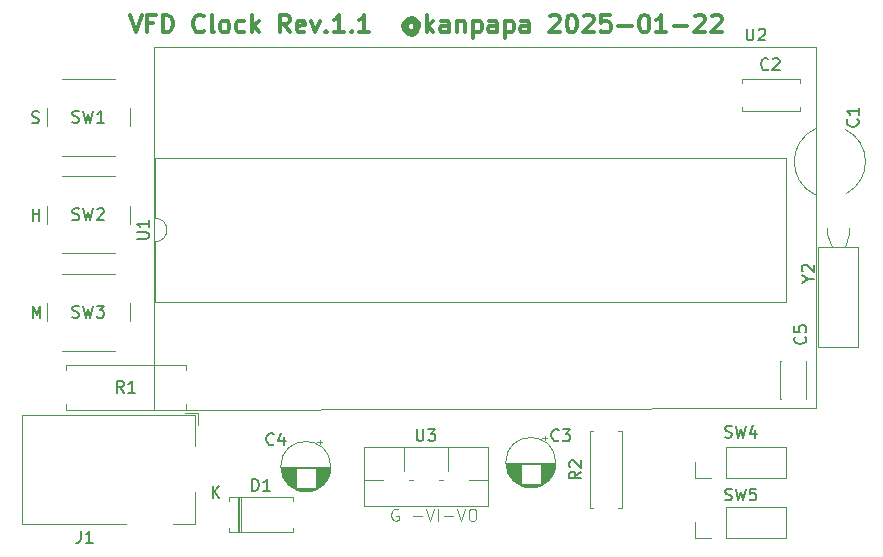
<source format=gto>
G04 #@! TF.GenerationSoftware,KiCad,Pcbnew,8.0.8-8.0.8-0~ubuntu22.04.1*
G04 #@! TF.CreationDate,2025-01-23T11:36:05+09:00*
G04 #@! TF.ProjectId,vfdclock,76666463-6c6f-4636-9b2e-6b696361645f,1.1*
G04 #@! TF.SameCoordinates,PX6bf4b80PY716cdd8*
G04 #@! TF.FileFunction,Legend,Top*
G04 #@! TF.FilePolarity,Positive*
%FSLAX46Y46*%
G04 Gerber Fmt 4.6, Leading zero omitted, Abs format (unit mm)*
G04 Created by KiCad (PCBNEW 8.0.8-8.0.8-0~ubuntu22.04.1) date 2025-01-23 11:36:05*
%MOMM*%
%LPD*%
G01*
G04 APERTURE LIST*
%ADD10C,0.200000*%
%ADD11C,0.100000*%
%ADD12C,0.300000*%
%ADD13C,0.150000*%
%ADD14C,0.120000*%
G04 APERTURE END LIST*
D10*
X1004673Y19817781D02*
X1004673Y20817781D01*
X1004673Y20817781D02*
X1338006Y20103496D01*
X1338006Y20103496D02*
X1671339Y20817781D01*
X1671339Y20817781D02*
X1671339Y19817781D01*
D11*
X33242381Y3048534D02*
X34004286Y3048534D01*
X34337619Y3667581D02*
X34670952Y2667581D01*
X34670952Y2667581D02*
X35004285Y3667581D01*
X35337619Y2667581D02*
X35337619Y3667581D01*
X35863884Y3048534D02*
X36625789Y3048534D01*
X36959122Y3667581D02*
X37292455Y2667581D01*
X37292455Y2667581D02*
X37625788Y3667581D01*
X38149598Y3667581D02*
X38340074Y3667581D01*
X38340074Y3667581D02*
X38435312Y3619962D01*
X38435312Y3619962D02*
X38530550Y3524724D01*
X38530550Y3524724D02*
X38578169Y3334248D01*
X38578169Y3334248D02*
X38578169Y3000915D01*
X38578169Y3000915D02*
X38530550Y2810439D01*
X38530550Y2810439D02*
X38435312Y2715200D01*
X38435312Y2715200D02*
X38340074Y2667581D01*
X38340074Y2667581D02*
X38149598Y2667581D01*
X38149598Y2667581D02*
X38054360Y2715200D01*
X38054360Y2715200D02*
X37959122Y2810439D01*
X37959122Y2810439D02*
X37911503Y3000915D01*
X37911503Y3000915D02*
X37911503Y3334248D01*
X37911503Y3334248D02*
X37959122Y3524724D01*
X37959122Y3524724D02*
X38054360Y3619962D01*
X38054360Y3619962D02*
X38149598Y3667581D01*
X31942693Y3619962D02*
X31847455Y3667581D01*
X31847455Y3667581D02*
X31704598Y3667581D01*
X31704598Y3667581D02*
X31561741Y3619962D01*
X31561741Y3619962D02*
X31466503Y3524724D01*
X31466503Y3524724D02*
X31418884Y3429486D01*
X31418884Y3429486D02*
X31371265Y3239010D01*
X31371265Y3239010D02*
X31371265Y3096153D01*
X31371265Y3096153D02*
X31418884Y2905677D01*
X31418884Y2905677D02*
X31466503Y2810439D01*
X31466503Y2810439D02*
X31561741Y2715200D01*
X31561741Y2715200D02*
X31704598Y2667581D01*
X31704598Y2667581D02*
X31799836Y2667581D01*
X31799836Y2667581D02*
X31942693Y2715200D01*
X31942693Y2715200D02*
X31990312Y2762820D01*
X31990312Y2762820D02*
X31990312Y3096153D01*
X31990312Y3096153D02*
X31799836Y3096153D01*
D10*
X1004673Y28072781D02*
X1004673Y29072781D01*
X1004673Y28596591D02*
X1576101Y28596591D01*
X1576101Y28072781D02*
X1576101Y29072781D01*
X957054Y36375400D02*
X1099911Y36327781D01*
X1099911Y36327781D02*
X1338006Y36327781D01*
X1338006Y36327781D02*
X1433244Y36375400D01*
X1433244Y36375400D02*
X1480863Y36423020D01*
X1480863Y36423020D02*
X1528482Y36518258D01*
X1528482Y36518258D02*
X1528482Y36613496D01*
X1528482Y36613496D02*
X1480863Y36708734D01*
X1480863Y36708734D02*
X1433244Y36756353D01*
X1433244Y36756353D02*
X1338006Y36803972D01*
X1338006Y36803972D02*
X1147530Y36851591D01*
X1147530Y36851591D02*
X1052292Y36899210D01*
X1052292Y36899210D02*
X1004673Y36946829D01*
X1004673Y36946829D02*
X957054Y37042067D01*
X957054Y37042067D02*
X957054Y37137305D01*
X957054Y37137305D02*
X1004673Y37232543D01*
X1004673Y37232543D02*
X1052292Y37280162D01*
X1052292Y37280162D02*
X1147530Y37327781D01*
X1147530Y37327781D02*
X1385625Y37327781D01*
X1385625Y37327781D02*
X1528482Y37280162D01*
D12*
X9230225Y45514172D02*
X9730225Y44014172D01*
X9730225Y44014172D02*
X10230225Y45514172D01*
X11230224Y44799886D02*
X10730224Y44799886D01*
X10730224Y44014172D02*
X10730224Y45514172D01*
X10730224Y45514172D02*
X11444510Y45514172D01*
X12015938Y44014172D02*
X12015938Y45514172D01*
X12015938Y45514172D02*
X12373081Y45514172D01*
X12373081Y45514172D02*
X12587367Y45442743D01*
X12587367Y45442743D02*
X12730224Y45299886D01*
X12730224Y45299886D02*
X12801653Y45157029D01*
X12801653Y45157029D02*
X12873081Y44871315D01*
X12873081Y44871315D02*
X12873081Y44657029D01*
X12873081Y44657029D02*
X12801653Y44371315D01*
X12801653Y44371315D02*
X12730224Y44228458D01*
X12730224Y44228458D02*
X12587367Y44085600D01*
X12587367Y44085600D02*
X12373081Y44014172D01*
X12373081Y44014172D02*
X12015938Y44014172D01*
X15515938Y44157029D02*
X15444510Y44085600D01*
X15444510Y44085600D02*
X15230224Y44014172D01*
X15230224Y44014172D02*
X15087367Y44014172D01*
X15087367Y44014172D02*
X14873081Y44085600D01*
X14873081Y44085600D02*
X14730224Y44228458D01*
X14730224Y44228458D02*
X14658795Y44371315D01*
X14658795Y44371315D02*
X14587367Y44657029D01*
X14587367Y44657029D02*
X14587367Y44871315D01*
X14587367Y44871315D02*
X14658795Y45157029D01*
X14658795Y45157029D02*
X14730224Y45299886D01*
X14730224Y45299886D02*
X14873081Y45442743D01*
X14873081Y45442743D02*
X15087367Y45514172D01*
X15087367Y45514172D02*
X15230224Y45514172D01*
X15230224Y45514172D02*
X15444510Y45442743D01*
X15444510Y45442743D02*
X15515938Y45371315D01*
X16373081Y44014172D02*
X16230224Y44085600D01*
X16230224Y44085600D02*
X16158795Y44228458D01*
X16158795Y44228458D02*
X16158795Y45514172D01*
X17158795Y44014172D02*
X17015938Y44085600D01*
X17015938Y44085600D02*
X16944509Y44157029D01*
X16944509Y44157029D02*
X16873081Y44299886D01*
X16873081Y44299886D02*
X16873081Y44728458D01*
X16873081Y44728458D02*
X16944509Y44871315D01*
X16944509Y44871315D02*
X17015938Y44942743D01*
X17015938Y44942743D02*
X17158795Y45014172D01*
X17158795Y45014172D02*
X17373081Y45014172D01*
X17373081Y45014172D02*
X17515938Y44942743D01*
X17515938Y44942743D02*
X17587367Y44871315D01*
X17587367Y44871315D02*
X17658795Y44728458D01*
X17658795Y44728458D02*
X17658795Y44299886D01*
X17658795Y44299886D02*
X17587367Y44157029D01*
X17587367Y44157029D02*
X17515938Y44085600D01*
X17515938Y44085600D02*
X17373081Y44014172D01*
X17373081Y44014172D02*
X17158795Y44014172D01*
X18944510Y44085600D02*
X18801652Y44014172D01*
X18801652Y44014172D02*
X18515938Y44014172D01*
X18515938Y44014172D02*
X18373081Y44085600D01*
X18373081Y44085600D02*
X18301652Y44157029D01*
X18301652Y44157029D02*
X18230224Y44299886D01*
X18230224Y44299886D02*
X18230224Y44728458D01*
X18230224Y44728458D02*
X18301652Y44871315D01*
X18301652Y44871315D02*
X18373081Y44942743D01*
X18373081Y44942743D02*
X18515938Y45014172D01*
X18515938Y45014172D02*
X18801652Y45014172D01*
X18801652Y45014172D02*
X18944510Y44942743D01*
X19587366Y44014172D02*
X19587366Y45514172D01*
X19730224Y44585600D02*
X20158795Y44014172D01*
X20158795Y45014172D02*
X19587366Y44442743D01*
X22801652Y44014172D02*
X22301652Y44728458D01*
X21944509Y44014172D02*
X21944509Y45514172D01*
X21944509Y45514172D02*
X22515938Y45514172D01*
X22515938Y45514172D02*
X22658795Y45442743D01*
X22658795Y45442743D02*
X22730224Y45371315D01*
X22730224Y45371315D02*
X22801652Y45228458D01*
X22801652Y45228458D02*
X22801652Y45014172D01*
X22801652Y45014172D02*
X22730224Y44871315D01*
X22730224Y44871315D02*
X22658795Y44799886D01*
X22658795Y44799886D02*
X22515938Y44728458D01*
X22515938Y44728458D02*
X21944509Y44728458D01*
X24015938Y44085600D02*
X23873081Y44014172D01*
X23873081Y44014172D02*
X23587367Y44014172D01*
X23587367Y44014172D02*
X23444509Y44085600D01*
X23444509Y44085600D02*
X23373081Y44228458D01*
X23373081Y44228458D02*
X23373081Y44799886D01*
X23373081Y44799886D02*
X23444509Y44942743D01*
X23444509Y44942743D02*
X23587367Y45014172D01*
X23587367Y45014172D02*
X23873081Y45014172D01*
X23873081Y45014172D02*
X24015938Y44942743D01*
X24015938Y44942743D02*
X24087367Y44799886D01*
X24087367Y44799886D02*
X24087367Y44657029D01*
X24087367Y44657029D02*
X23373081Y44514172D01*
X24587366Y45014172D02*
X24944509Y44014172D01*
X24944509Y44014172D02*
X25301652Y45014172D01*
X25873080Y44157029D02*
X25944509Y44085600D01*
X25944509Y44085600D02*
X25873080Y44014172D01*
X25873080Y44014172D02*
X25801652Y44085600D01*
X25801652Y44085600D02*
X25873080Y44157029D01*
X25873080Y44157029D02*
X25873080Y44014172D01*
X27373081Y44014172D02*
X26515938Y44014172D01*
X26944509Y44014172D02*
X26944509Y45514172D01*
X26944509Y45514172D02*
X26801652Y45299886D01*
X26801652Y45299886D02*
X26658795Y45157029D01*
X26658795Y45157029D02*
X26515938Y45085600D01*
X28015937Y44157029D02*
X28087366Y44085600D01*
X28087366Y44085600D02*
X28015937Y44014172D01*
X28015937Y44014172D02*
X27944509Y44085600D01*
X27944509Y44085600D02*
X28015937Y44157029D01*
X28015937Y44157029D02*
X28015937Y44014172D01*
X29515938Y44014172D02*
X28658795Y44014172D01*
X29087366Y44014172D02*
X29087366Y45514172D01*
X29087366Y45514172D02*
X28944509Y45299886D01*
X28944509Y45299886D02*
X28801652Y45157029D01*
X28801652Y45157029D02*
X28658795Y45085600D01*
X33373080Y44728458D02*
X33301651Y44799886D01*
X33301651Y44799886D02*
X33158794Y44871315D01*
X33158794Y44871315D02*
X33015937Y44871315D01*
X33015937Y44871315D02*
X32873080Y44799886D01*
X32873080Y44799886D02*
X32801651Y44728458D01*
X32801651Y44728458D02*
X32730223Y44585600D01*
X32730223Y44585600D02*
X32730223Y44442743D01*
X32730223Y44442743D02*
X32801651Y44299886D01*
X32801651Y44299886D02*
X32873080Y44228458D01*
X32873080Y44228458D02*
X33015937Y44157029D01*
X33015937Y44157029D02*
X33158794Y44157029D01*
X33158794Y44157029D02*
X33301651Y44228458D01*
X33301651Y44228458D02*
X33373080Y44299886D01*
X33373080Y44871315D02*
X33373080Y44299886D01*
X33373080Y44299886D02*
X33444508Y44228458D01*
X33444508Y44228458D02*
X33515937Y44228458D01*
X33515937Y44228458D02*
X33658794Y44299886D01*
X33658794Y44299886D02*
X33730223Y44442743D01*
X33730223Y44442743D02*
X33730223Y44799886D01*
X33730223Y44799886D02*
X33587366Y45014172D01*
X33587366Y45014172D02*
X33373080Y45157029D01*
X33373080Y45157029D02*
X33087366Y45228458D01*
X33087366Y45228458D02*
X32801651Y45157029D01*
X32801651Y45157029D02*
X32587366Y45014172D01*
X32587366Y45014172D02*
X32444508Y44799886D01*
X32444508Y44799886D02*
X32373080Y44514172D01*
X32373080Y44514172D02*
X32444508Y44228458D01*
X32444508Y44228458D02*
X32587366Y44014172D01*
X32587366Y44014172D02*
X32801651Y43871315D01*
X32801651Y43871315D02*
X33087366Y43799886D01*
X33087366Y43799886D02*
X33373080Y43871315D01*
X33373080Y43871315D02*
X33587366Y44014172D01*
X34373079Y44014172D02*
X34373079Y45514172D01*
X34515937Y44585600D02*
X34944508Y44014172D01*
X34944508Y45014172D02*
X34373079Y44442743D01*
X36230223Y44014172D02*
X36230223Y44799886D01*
X36230223Y44799886D02*
X36158794Y44942743D01*
X36158794Y44942743D02*
X36015937Y45014172D01*
X36015937Y45014172D02*
X35730223Y45014172D01*
X35730223Y45014172D02*
X35587365Y44942743D01*
X36230223Y44085600D02*
X36087365Y44014172D01*
X36087365Y44014172D02*
X35730223Y44014172D01*
X35730223Y44014172D02*
X35587365Y44085600D01*
X35587365Y44085600D02*
X35515937Y44228458D01*
X35515937Y44228458D02*
X35515937Y44371315D01*
X35515937Y44371315D02*
X35587365Y44514172D01*
X35587365Y44514172D02*
X35730223Y44585600D01*
X35730223Y44585600D02*
X36087365Y44585600D01*
X36087365Y44585600D02*
X36230223Y44657029D01*
X36944508Y45014172D02*
X36944508Y44014172D01*
X36944508Y44871315D02*
X37015937Y44942743D01*
X37015937Y44942743D02*
X37158794Y45014172D01*
X37158794Y45014172D02*
X37373080Y45014172D01*
X37373080Y45014172D02*
X37515937Y44942743D01*
X37515937Y44942743D02*
X37587366Y44799886D01*
X37587366Y44799886D02*
X37587366Y44014172D01*
X38301651Y45014172D02*
X38301651Y43514172D01*
X38301651Y44942743D02*
X38444509Y45014172D01*
X38444509Y45014172D02*
X38730223Y45014172D01*
X38730223Y45014172D02*
X38873080Y44942743D01*
X38873080Y44942743D02*
X38944509Y44871315D01*
X38944509Y44871315D02*
X39015937Y44728458D01*
X39015937Y44728458D02*
X39015937Y44299886D01*
X39015937Y44299886D02*
X38944509Y44157029D01*
X38944509Y44157029D02*
X38873080Y44085600D01*
X38873080Y44085600D02*
X38730223Y44014172D01*
X38730223Y44014172D02*
X38444509Y44014172D01*
X38444509Y44014172D02*
X38301651Y44085600D01*
X40301652Y44014172D02*
X40301652Y44799886D01*
X40301652Y44799886D02*
X40230223Y44942743D01*
X40230223Y44942743D02*
X40087366Y45014172D01*
X40087366Y45014172D02*
X39801652Y45014172D01*
X39801652Y45014172D02*
X39658794Y44942743D01*
X40301652Y44085600D02*
X40158794Y44014172D01*
X40158794Y44014172D02*
X39801652Y44014172D01*
X39801652Y44014172D02*
X39658794Y44085600D01*
X39658794Y44085600D02*
X39587366Y44228458D01*
X39587366Y44228458D02*
X39587366Y44371315D01*
X39587366Y44371315D02*
X39658794Y44514172D01*
X39658794Y44514172D02*
X39801652Y44585600D01*
X39801652Y44585600D02*
X40158794Y44585600D01*
X40158794Y44585600D02*
X40301652Y44657029D01*
X41015937Y45014172D02*
X41015937Y43514172D01*
X41015937Y44942743D02*
X41158795Y45014172D01*
X41158795Y45014172D02*
X41444509Y45014172D01*
X41444509Y45014172D02*
X41587366Y44942743D01*
X41587366Y44942743D02*
X41658795Y44871315D01*
X41658795Y44871315D02*
X41730223Y44728458D01*
X41730223Y44728458D02*
X41730223Y44299886D01*
X41730223Y44299886D02*
X41658795Y44157029D01*
X41658795Y44157029D02*
X41587366Y44085600D01*
X41587366Y44085600D02*
X41444509Y44014172D01*
X41444509Y44014172D02*
X41158795Y44014172D01*
X41158795Y44014172D02*
X41015937Y44085600D01*
X43015938Y44014172D02*
X43015938Y44799886D01*
X43015938Y44799886D02*
X42944509Y44942743D01*
X42944509Y44942743D02*
X42801652Y45014172D01*
X42801652Y45014172D02*
X42515938Y45014172D01*
X42515938Y45014172D02*
X42373080Y44942743D01*
X43015938Y44085600D02*
X42873080Y44014172D01*
X42873080Y44014172D02*
X42515938Y44014172D01*
X42515938Y44014172D02*
X42373080Y44085600D01*
X42373080Y44085600D02*
X42301652Y44228458D01*
X42301652Y44228458D02*
X42301652Y44371315D01*
X42301652Y44371315D02*
X42373080Y44514172D01*
X42373080Y44514172D02*
X42515938Y44585600D01*
X42515938Y44585600D02*
X42873080Y44585600D01*
X42873080Y44585600D02*
X43015938Y44657029D01*
X44801652Y45371315D02*
X44873080Y45442743D01*
X44873080Y45442743D02*
X45015938Y45514172D01*
X45015938Y45514172D02*
X45373080Y45514172D01*
X45373080Y45514172D02*
X45515938Y45442743D01*
X45515938Y45442743D02*
X45587366Y45371315D01*
X45587366Y45371315D02*
X45658795Y45228458D01*
X45658795Y45228458D02*
X45658795Y45085600D01*
X45658795Y45085600D02*
X45587366Y44871315D01*
X45587366Y44871315D02*
X44730223Y44014172D01*
X44730223Y44014172D02*
X45658795Y44014172D01*
X46587366Y45514172D02*
X46730223Y45514172D01*
X46730223Y45514172D02*
X46873080Y45442743D01*
X46873080Y45442743D02*
X46944509Y45371315D01*
X46944509Y45371315D02*
X47015937Y45228458D01*
X47015937Y45228458D02*
X47087366Y44942743D01*
X47087366Y44942743D02*
X47087366Y44585600D01*
X47087366Y44585600D02*
X47015937Y44299886D01*
X47015937Y44299886D02*
X46944509Y44157029D01*
X46944509Y44157029D02*
X46873080Y44085600D01*
X46873080Y44085600D02*
X46730223Y44014172D01*
X46730223Y44014172D02*
X46587366Y44014172D01*
X46587366Y44014172D02*
X46444509Y44085600D01*
X46444509Y44085600D02*
X46373080Y44157029D01*
X46373080Y44157029D02*
X46301651Y44299886D01*
X46301651Y44299886D02*
X46230223Y44585600D01*
X46230223Y44585600D02*
X46230223Y44942743D01*
X46230223Y44942743D02*
X46301651Y45228458D01*
X46301651Y45228458D02*
X46373080Y45371315D01*
X46373080Y45371315D02*
X46444509Y45442743D01*
X46444509Y45442743D02*
X46587366Y45514172D01*
X47658794Y45371315D02*
X47730222Y45442743D01*
X47730222Y45442743D02*
X47873080Y45514172D01*
X47873080Y45514172D02*
X48230222Y45514172D01*
X48230222Y45514172D02*
X48373080Y45442743D01*
X48373080Y45442743D02*
X48444508Y45371315D01*
X48444508Y45371315D02*
X48515937Y45228458D01*
X48515937Y45228458D02*
X48515937Y45085600D01*
X48515937Y45085600D02*
X48444508Y44871315D01*
X48444508Y44871315D02*
X47587365Y44014172D01*
X47587365Y44014172D02*
X48515937Y44014172D01*
X49873079Y45514172D02*
X49158793Y45514172D01*
X49158793Y45514172D02*
X49087365Y44799886D01*
X49087365Y44799886D02*
X49158793Y44871315D01*
X49158793Y44871315D02*
X49301651Y44942743D01*
X49301651Y44942743D02*
X49658793Y44942743D01*
X49658793Y44942743D02*
X49801651Y44871315D01*
X49801651Y44871315D02*
X49873079Y44799886D01*
X49873079Y44799886D02*
X49944508Y44657029D01*
X49944508Y44657029D02*
X49944508Y44299886D01*
X49944508Y44299886D02*
X49873079Y44157029D01*
X49873079Y44157029D02*
X49801651Y44085600D01*
X49801651Y44085600D02*
X49658793Y44014172D01*
X49658793Y44014172D02*
X49301651Y44014172D01*
X49301651Y44014172D02*
X49158793Y44085600D01*
X49158793Y44085600D02*
X49087365Y44157029D01*
X50587364Y44585600D02*
X51730222Y44585600D01*
X52730222Y45514172D02*
X52873079Y45514172D01*
X52873079Y45514172D02*
X53015936Y45442743D01*
X53015936Y45442743D02*
X53087365Y45371315D01*
X53087365Y45371315D02*
X53158793Y45228458D01*
X53158793Y45228458D02*
X53230222Y44942743D01*
X53230222Y44942743D02*
X53230222Y44585600D01*
X53230222Y44585600D02*
X53158793Y44299886D01*
X53158793Y44299886D02*
X53087365Y44157029D01*
X53087365Y44157029D02*
X53015936Y44085600D01*
X53015936Y44085600D02*
X52873079Y44014172D01*
X52873079Y44014172D02*
X52730222Y44014172D01*
X52730222Y44014172D02*
X52587365Y44085600D01*
X52587365Y44085600D02*
X52515936Y44157029D01*
X52515936Y44157029D02*
X52444507Y44299886D01*
X52444507Y44299886D02*
X52373079Y44585600D01*
X52373079Y44585600D02*
X52373079Y44942743D01*
X52373079Y44942743D02*
X52444507Y45228458D01*
X52444507Y45228458D02*
X52515936Y45371315D01*
X52515936Y45371315D02*
X52587365Y45442743D01*
X52587365Y45442743D02*
X52730222Y45514172D01*
X54658793Y44014172D02*
X53801650Y44014172D01*
X54230221Y44014172D02*
X54230221Y45514172D01*
X54230221Y45514172D02*
X54087364Y45299886D01*
X54087364Y45299886D02*
X53944507Y45157029D01*
X53944507Y45157029D02*
X53801650Y45085600D01*
X55301649Y44585600D02*
X56444507Y44585600D01*
X57087364Y45371315D02*
X57158792Y45442743D01*
X57158792Y45442743D02*
X57301650Y45514172D01*
X57301650Y45514172D02*
X57658792Y45514172D01*
X57658792Y45514172D02*
X57801650Y45442743D01*
X57801650Y45442743D02*
X57873078Y45371315D01*
X57873078Y45371315D02*
X57944507Y45228458D01*
X57944507Y45228458D02*
X57944507Y45085600D01*
X57944507Y45085600D02*
X57873078Y44871315D01*
X57873078Y44871315D02*
X57015935Y44014172D01*
X57015935Y44014172D02*
X57944507Y44014172D01*
X58515935Y45371315D02*
X58587363Y45442743D01*
X58587363Y45442743D02*
X58730221Y45514172D01*
X58730221Y45514172D02*
X59087363Y45514172D01*
X59087363Y45514172D02*
X59230221Y45442743D01*
X59230221Y45442743D02*
X59301649Y45371315D01*
X59301649Y45371315D02*
X59373078Y45228458D01*
X59373078Y45228458D02*
X59373078Y45085600D01*
X59373078Y45085600D02*
X59301649Y44871315D01*
X59301649Y44871315D02*
X58444506Y44014172D01*
X58444506Y44014172D02*
X59373078Y44014172D01*
D13*
X19581905Y5190181D02*
X19581905Y6190181D01*
X19581905Y6190181D02*
X19820000Y6190181D01*
X19820000Y6190181D02*
X19962857Y6142562D01*
X19962857Y6142562D02*
X20058095Y6047324D01*
X20058095Y6047324D02*
X20105714Y5952086D01*
X20105714Y5952086D02*
X20153333Y5761610D01*
X20153333Y5761610D02*
X20153333Y5618753D01*
X20153333Y5618753D02*
X20105714Y5428277D01*
X20105714Y5428277D02*
X20058095Y5333039D01*
X20058095Y5333039D02*
X19962857Y5237800D01*
X19962857Y5237800D02*
X19820000Y5190181D01*
X19820000Y5190181D02*
X19581905Y5190181D01*
X21105714Y5190181D02*
X20534286Y5190181D01*
X20820000Y5190181D02*
X20820000Y6190181D01*
X20820000Y6190181D02*
X20724762Y6047324D01*
X20724762Y6047324D02*
X20629524Y5952086D01*
X20629524Y5952086D02*
X20534286Y5904467D01*
X16248095Y4620181D02*
X16248095Y5620181D01*
X16819523Y4620181D02*
X16390952Y5191610D01*
X16819523Y5620181D02*
X16248095Y5048753D01*
X4381667Y36422800D02*
X4524524Y36375181D01*
X4524524Y36375181D02*
X4762619Y36375181D01*
X4762619Y36375181D02*
X4857857Y36422800D01*
X4857857Y36422800D02*
X4905476Y36470420D01*
X4905476Y36470420D02*
X4953095Y36565658D01*
X4953095Y36565658D02*
X4953095Y36660896D01*
X4953095Y36660896D02*
X4905476Y36756134D01*
X4905476Y36756134D02*
X4857857Y36803753D01*
X4857857Y36803753D02*
X4762619Y36851372D01*
X4762619Y36851372D02*
X4572143Y36898991D01*
X4572143Y36898991D02*
X4476905Y36946610D01*
X4476905Y36946610D02*
X4429286Y36994229D01*
X4429286Y36994229D02*
X4381667Y37089467D01*
X4381667Y37089467D02*
X4381667Y37184705D01*
X4381667Y37184705D02*
X4429286Y37279943D01*
X4429286Y37279943D02*
X4476905Y37327562D01*
X4476905Y37327562D02*
X4572143Y37375181D01*
X4572143Y37375181D02*
X4810238Y37375181D01*
X4810238Y37375181D02*
X4953095Y37327562D01*
X5286429Y37375181D02*
X5524524Y36375181D01*
X5524524Y36375181D02*
X5715000Y37089467D01*
X5715000Y37089467D02*
X5905476Y36375181D01*
X5905476Y36375181D02*
X6143572Y37375181D01*
X7048333Y36375181D02*
X6476905Y36375181D01*
X6762619Y36375181D02*
X6762619Y37375181D01*
X6762619Y37375181D02*
X6667381Y37232324D01*
X6667381Y37232324D02*
X6572143Y37137086D01*
X6572143Y37137086D02*
X6476905Y37089467D01*
X70844580Y36663334D02*
X70892200Y36615715D01*
X70892200Y36615715D02*
X70939819Y36472858D01*
X70939819Y36472858D02*
X70939819Y36377620D01*
X70939819Y36377620D02*
X70892200Y36234763D01*
X70892200Y36234763D02*
X70796961Y36139525D01*
X70796961Y36139525D02*
X70701723Y36091906D01*
X70701723Y36091906D02*
X70511247Y36044287D01*
X70511247Y36044287D02*
X70368390Y36044287D01*
X70368390Y36044287D02*
X70177914Y36091906D01*
X70177914Y36091906D02*
X70082676Y36139525D01*
X70082676Y36139525D02*
X69987438Y36234763D01*
X69987438Y36234763D02*
X69939819Y36377620D01*
X69939819Y36377620D02*
X69939819Y36472858D01*
X69939819Y36472858D02*
X69987438Y36615715D01*
X69987438Y36615715D02*
X70035057Y36663334D01*
X70939819Y37615715D02*
X70939819Y37044287D01*
X70939819Y37330001D02*
X69939819Y37330001D01*
X69939819Y37330001D02*
X70082676Y37234763D01*
X70082676Y37234763D02*
X70177914Y37139525D01*
X70177914Y37139525D02*
X70225533Y37044287D01*
X66653628Y23168810D02*
X67129819Y23168810D01*
X66129819Y22835477D02*
X66653628Y23168810D01*
X66653628Y23168810D02*
X66129819Y23502143D01*
X66225057Y23787858D02*
X66177438Y23835477D01*
X66177438Y23835477D02*
X66129819Y23930715D01*
X66129819Y23930715D02*
X66129819Y24168810D01*
X66129819Y24168810D02*
X66177438Y24264048D01*
X66177438Y24264048D02*
X66225057Y24311667D01*
X66225057Y24311667D02*
X66320295Y24359286D01*
X66320295Y24359286D02*
X66415533Y24359286D01*
X66415533Y24359286D02*
X66558390Y24311667D01*
X66558390Y24311667D02*
X67129819Y23740239D01*
X67129819Y23740239D02*
X67129819Y24359286D01*
X33528095Y10427681D02*
X33528095Y9618158D01*
X33528095Y9618158D02*
X33575714Y9522920D01*
X33575714Y9522920D02*
X33623333Y9475300D01*
X33623333Y9475300D02*
X33718571Y9427681D01*
X33718571Y9427681D02*
X33909047Y9427681D01*
X33909047Y9427681D02*
X34004285Y9475300D01*
X34004285Y9475300D02*
X34051904Y9522920D01*
X34051904Y9522920D02*
X34099523Y9618158D01*
X34099523Y9618158D02*
X34099523Y10427681D01*
X34480476Y10427681D02*
X35099523Y10427681D01*
X35099523Y10427681D02*
X34766190Y10046729D01*
X34766190Y10046729D02*
X34909047Y10046729D01*
X34909047Y10046729D02*
X35004285Y9999110D01*
X35004285Y9999110D02*
X35051904Y9951491D01*
X35051904Y9951491D02*
X35099523Y9856253D01*
X35099523Y9856253D02*
X35099523Y9618158D01*
X35099523Y9618158D02*
X35051904Y9522920D01*
X35051904Y9522920D02*
X35004285Y9475300D01*
X35004285Y9475300D02*
X34909047Y9427681D01*
X34909047Y9427681D02*
X34623333Y9427681D01*
X34623333Y9427681D02*
X34528095Y9475300D01*
X34528095Y9475300D02*
X34480476Y9522920D01*
X21423333Y9165420D02*
X21375714Y9117800D01*
X21375714Y9117800D02*
X21232857Y9070181D01*
X21232857Y9070181D02*
X21137619Y9070181D01*
X21137619Y9070181D02*
X20994762Y9117800D01*
X20994762Y9117800D02*
X20899524Y9213039D01*
X20899524Y9213039D02*
X20851905Y9308277D01*
X20851905Y9308277D02*
X20804286Y9498753D01*
X20804286Y9498753D02*
X20804286Y9641610D01*
X20804286Y9641610D02*
X20851905Y9832086D01*
X20851905Y9832086D02*
X20899524Y9927324D01*
X20899524Y9927324D02*
X20994762Y10022562D01*
X20994762Y10022562D02*
X21137619Y10070181D01*
X21137619Y10070181D02*
X21232857Y10070181D01*
X21232857Y10070181D02*
X21375714Y10022562D01*
X21375714Y10022562D02*
X21423333Y9974943D01*
X22280476Y9736848D02*
X22280476Y9070181D01*
X22042381Y10117800D02*
X21804286Y9403515D01*
X21804286Y9403515D02*
X22423333Y9403515D01*
X9824819Y26523096D02*
X10634342Y26523096D01*
X10634342Y26523096D02*
X10729580Y26570715D01*
X10729580Y26570715D02*
X10777200Y26618334D01*
X10777200Y26618334D02*
X10824819Y26713572D01*
X10824819Y26713572D02*
X10824819Y26904048D01*
X10824819Y26904048D02*
X10777200Y26999286D01*
X10777200Y26999286D02*
X10729580Y27046905D01*
X10729580Y27046905D02*
X10634342Y27094524D01*
X10634342Y27094524D02*
X9824819Y27094524D01*
X10824819Y28094524D02*
X10824819Y27523096D01*
X10824819Y27808810D02*
X9824819Y27808810D01*
X9824819Y27808810D02*
X9967676Y27713572D01*
X9967676Y27713572D02*
X10062914Y27618334D01*
X10062914Y27618334D02*
X10110533Y27523096D01*
X45553333Y9503019D02*
X45505714Y9455399D01*
X45505714Y9455399D02*
X45362857Y9407780D01*
X45362857Y9407780D02*
X45267619Y9407780D01*
X45267619Y9407780D02*
X45124762Y9455399D01*
X45124762Y9455399D02*
X45029524Y9550638D01*
X45029524Y9550638D02*
X44981905Y9645876D01*
X44981905Y9645876D02*
X44934286Y9836352D01*
X44934286Y9836352D02*
X44934286Y9979209D01*
X44934286Y9979209D02*
X44981905Y10169685D01*
X44981905Y10169685D02*
X45029524Y10264923D01*
X45029524Y10264923D02*
X45124762Y10360161D01*
X45124762Y10360161D02*
X45267619Y10407780D01*
X45267619Y10407780D02*
X45362857Y10407780D01*
X45362857Y10407780D02*
X45505714Y10360161D01*
X45505714Y10360161D02*
X45553333Y10312542D01*
X45886667Y10407780D02*
X46505714Y10407780D01*
X46505714Y10407780D02*
X46172381Y10026828D01*
X46172381Y10026828D02*
X46315238Y10026828D01*
X46315238Y10026828D02*
X46410476Y9979209D01*
X46410476Y9979209D02*
X46458095Y9931590D01*
X46458095Y9931590D02*
X46505714Y9836352D01*
X46505714Y9836352D02*
X46505714Y9598257D01*
X46505714Y9598257D02*
X46458095Y9503019D01*
X46458095Y9503019D02*
X46410476Y9455399D01*
X46410476Y9455399D02*
X46315238Y9407780D01*
X46315238Y9407780D02*
X46029524Y9407780D01*
X46029524Y9407780D02*
X45934286Y9455399D01*
X45934286Y9455399D02*
X45886667Y9503019D01*
X59626667Y9752800D02*
X59769524Y9705181D01*
X59769524Y9705181D02*
X60007619Y9705181D01*
X60007619Y9705181D02*
X60102857Y9752800D01*
X60102857Y9752800D02*
X60150476Y9800420D01*
X60150476Y9800420D02*
X60198095Y9895658D01*
X60198095Y9895658D02*
X60198095Y9990896D01*
X60198095Y9990896D02*
X60150476Y10086134D01*
X60150476Y10086134D02*
X60102857Y10133753D01*
X60102857Y10133753D02*
X60007619Y10181372D01*
X60007619Y10181372D02*
X59817143Y10228991D01*
X59817143Y10228991D02*
X59721905Y10276610D01*
X59721905Y10276610D02*
X59674286Y10324229D01*
X59674286Y10324229D02*
X59626667Y10419467D01*
X59626667Y10419467D02*
X59626667Y10514705D01*
X59626667Y10514705D02*
X59674286Y10609943D01*
X59674286Y10609943D02*
X59721905Y10657562D01*
X59721905Y10657562D02*
X59817143Y10705181D01*
X59817143Y10705181D02*
X60055238Y10705181D01*
X60055238Y10705181D02*
X60198095Y10657562D01*
X60531429Y10705181D02*
X60769524Y9705181D01*
X60769524Y9705181D02*
X60960000Y10419467D01*
X60960000Y10419467D02*
X61150476Y9705181D01*
X61150476Y9705181D02*
X61388572Y10705181D01*
X62198095Y10371848D02*
X62198095Y9705181D01*
X61960000Y10752800D02*
X61721905Y10038515D01*
X61721905Y10038515D02*
X62340952Y10038515D01*
X4381667Y19912800D02*
X4524524Y19865181D01*
X4524524Y19865181D02*
X4762619Y19865181D01*
X4762619Y19865181D02*
X4857857Y19912800D01*
X4857857Y19912800D02*
X4905476Y19960420D01*
X4905476Y19960420D02*
X4953095Y20055658D01*
X4953095Y20055658D02*
X4953095Y20150896D01*
X4953095Y20150896D02*
X4905476Y20246134D01*
X4905476Y20246134D02*
X4857857Y20293753D01*
X4857857Y20293753D02*
X4762619Y20341372D01*
X4762619Y20341372D02*
X4572143Y20388991D01*
X4572143Y20388991D02*
X4476905Y20436610D01*
X4476905Y20436610D02*
X4429286Y20484229D01*
X4429286Y20484229D02*
X4381667Y20579467D01*
X4381667Y20579467D02*
X4381667Y20674705D01*
X4381667Y20674705D02*
X4429286Y20769943D01*
X4429286Y20769943D02*
X4476905Y20817562D01*
X4476905Y20817562D02*
X4572143Y20865181D01*
X4572143Y20865181D02*
X4810238Y20865181D01*
X4810238Y20865181D02*
X4953095Y20817562D01*
X5286429Y20865181D02*
X5524524Y19865181D01*
X5524524Y19865181D02*
X5715000Y20579467D01*
X5715000Y20579467D02*
X5905476Y19865181D01*
X5905476Y19865181D02*
X6143572Y20865181D01*
X6429286Y20865181D02*
X7048333Y20865181D01*
X7048333Y20865181D02*
X6715000Y20484229D01*
X6715000Y20484229D02*
X6857857Y20484229D01*
X6857857Y20484229D02*
X6953095Y20436610D01*
X6953095Y20436610D02*
X7000714Y20388991D01*
X7000714Y20388991D02*
X7048333Y20293753D01*
X7048333Y20293753D02*
X7048333Y20055658D01*
X7048333Y20055658D02*
X7000714Y19960420D01*
X7000714Y19960420D02*
X6953095Y19912800D01*
X6953095Y19912800D02*
X6857857Y19865181D01*
X6857857Y19865181D02*
X6572143Y19865181D01*
X6572143Y19865181D02*
X6476905Y19912800D01*
X6476905Y19912800D02*
X6429286Y19960420D01*
X66399580Y18248334D02*
X66447200Y18200715D01*
X66447200Y18200715D02*
X66494819Y18057858D01*
X66494819Y18057858D02*
X66494819Y17962620D01*
X66494819Y17962620D02*
X66447200Y17819763D01*
X66447200Y17819763D02*
X66351961Y17724525D01*
X66351961Y17724525D02*
X66256723Y17676906D01*
X66256723Y17676906D02*
X66066247Y17629287D01*
X66066247Y17629287D02*
X65923390Y17629287D01*
X65923390Y17629287D02*
X65732914Y17676906D01*
X65732914Y17676906D02*
X65637676Y17724525D01*
X65637676Y17724525D02*
X65542438Y17819763D01*
X65542438Y17819763D02*
X65494819Y17962620D01*
X65494819Y17962620D02*
X65494819Y18057858D01*
X65494819Y18057858D02*
X65542438Y18200715D01*
X65542438Y18200715D02*
X65590057Y18248334D01*
X65494819Y19153096D02*
X65494819Y18676906D01*
X65494819Y18676906D02*
X65971009Y18629287D01*
X65971009Y18629287D02*
X65923390Y18676906D01*
X65923390Y18676906D02*
X65875771Y18772144D01*
X65875771Y18772144D02*
X65875771Y19010239D01*
X65875771Y19010239D02*
X65923390Y19105477D01*
X65923390Y19105477D02*
X65971009Y19153096D01*
X65971009Y19153096D02*
X66066247Y19200715D01*
X66066247Y19200715D02*
X66304342Y19200715D01*
X66304342Y19200715D02*
X66399580Y19153096D01*
X66399580Y19153096D02*
X66447200Y19105477D01*
X66447200Y19105477D02*
X66494819Y19010239D01*
X66494819Y19010239D02*
X66494819Y18772144D01*
X66494819Y18772144D02*
X66447200Y18676906D01*
X66447200Y18676906D02*
X66399580Y18629287D01*
X8723333Y13515181D02*
X8390000Y13991372D01*
X8151905Y13515181D02*
X8151905Y14515181D01*
X8151905Y14515181D02*
X8532857Y14515181D01*
X8532857Y14515181D02*
X8628095Y14467562D01*
X8628095Y14467562D02*
X8675714Y14419943D01*
X8675714Y14419943D02*
X8723333Y14324705D01*
X8723333Y14324705D02*
X8723333Y14181848D01*
X8723333Y14181848D02*
X8675714Y14086610D01*
X8675714Y14086610D02*
X8628095Y14038991D01*
X8628095Y14038991D02*
X8532857Y13991372D01*
X8532857Y13991372D02*
X8151905Y13991372D01*
X9675714Y13515181D02*
X9104286Y13515181D01*
X9390000Y13515181D02*
X9390000Y14515181D01*
X9390000Y14515181D02*
X9294762Y14372324D01*
X9294762Y14372324D02*
X9199524Y14277086D01*
X9199524Y14277086D02*
X9104286Y14229467D01*
X63293333Y40915420D02*
X63245714Y40867800D01*
X63245714Y40867800D02*
X63102857Y40820181D01*
X63102857Y40820181D02*
X63007619Y40820181D01*
X63007619Y40820181D02*
X62864762Y40867800D01*
X62864762Y40867800D02*
X62769524Y40963039D01*
X62769524Y40963039D02*
X62721905Y41058277D01*
X62721905Y41058277D02*
X62674286Y41248753D01*
X62674286Y41248753D02*
X62674286Y41391610D01*
X62674286Y41391610D02*
X62721905Y41582086D01*
X62721905Y41582086D02*
X62769524Y41677324D01*
X62769524Y41677324D02*
X62864762Y41772562D01*
X62864762Y41772562D02*
X63007619Y41820181D01*
X63007619Y41820181D02*
X63102857Y41820181D01*
X63102857Y41820181D02*
X63245714Y41772562D01*
X63245714Y41772562D02*
X63293333Y41724943D01*
X63674286Y41724943D02*
X63721905Y41772562D01*
X63721905Y41772562D02*
X63817143Y41820181D01*
X63817143Y41820181D02*
X64055238Y41820181D01*
X64055238Y41820181D02*
X64150476Y41772562D01*
X64150476Y41772562D02*
X64198095Y41724943D01*
X64198095Y41724943D02*
X64245714Y41629705D01*
X64245714Y41629705D02*
X64245714Y41534467D01*
X64245714Y41534467D02*
X64198095Y41391610D01*
X64198095Y41391610D02*
X63626667Y40820181D01*
X63626667Y40820181D02*
X64245714Y40820181D01*
X5101666Y1795181D02*
X5101666Y1080896D01*
X5101666Y1080896D02*
X5054047Y938039D01*
X5054047Y938039D02*
X4958809Y842800D01*
X4958809Y842800D02*
X4815952Y795181D01*
X4815952Y795181D02*
X4720714Y795181D01*
X6101666Y795181D02*
X5530238Y795181D01*
X5815952Y795181D02*
X5815952Y1795181D01*
X5815952Y1795181D02*
X5720714Y1652324D01*
X5720714Y1652324D02*
X5625476Y1557086D01*
X5625476Y1557086D02*
X5530238Y1509467D01*
X61468095Y44340181D02*
X61468095Y43530658D01*
X61468095Y43530658D02*
X61515714Y43435420D01*
X61515714Y43435420D02*
X61563333Y43387800D01*
X61563333Y43387800D02*
X61658571Y43340181D01*
X61658571Y43340181D02*
X61849047Y43340181D01*
X61849047Y43340181D02*
X61944285Y43387800D01*
X61944285Y43387800D02*
X61991904Y43435420D01*
X61991904Y43435420D02*
X62039523Y43530658D01*
X62039523Y43530658D02*
X62039523Y44340181D01*
X62468095Y44244943D02*
X62515714Y44292562D01*
X62515714Y44292562D02*
X62610952Y44340181D01*
X62610952Y44340181D02*
X62849047Y44340181D01*
X62849047Y44340181D02*
X62944285Y44292562D01*
X62944285Y44292562D02*
X62991904Y44244943D01*
X62991904Y44244943D02*
X63039523Y44149705D01*
X63039523Y44149705D02*
X63039523Y44054467D01*
X63039523Y44054467D02*
X62991904Y43911610D01*
X62991904Y43911610D02*
X62420476Y43340181D01*
X62420476Y43340181D02*
X63039523Y43340181D01*
X47444819Y6818334D02*
X46968628Y6485001D01*
X47444819Y6246906D02*
X46444819Y6246906D01*
X46444819Y6246906D02*
X46444819Y6627858D01*
X46444819Y6627858D02*
X46492438Y6723096D01*
X46492438Y6723096D02*
X46540057Y6770715D01*
X46540057Y6770715D02*
X46635295Y6818334D01*
X46635295Y6818334D02*
X46778152Y6818334D01*
X46778152Y6818334D02*
X46873390Y6770715D01*
X46873390Y6770715D02*
X46921009Y6723096D01*
X46921009Y6723096D02*
X46968628Y6627858D01*
X46968628Y6627858D02*
X46968628Y6246906D01*
X46540057Y7199287D02*
X46492438Y7246906D01*
X46492438Y7246906D02*
X46444819Y7342144D01*
X46444819Y7342144D02*
X46444819Y7580239D01*
X46444819Y7580239D02*
X46492438Y7675477D01*
X46492438Y7675477D02*
X46540057Y7723096D01*
X46540057Y7723096D02*
X46635295Y7770715D01*
X46635295Y7770715D02*
X46730533Y7770715D01*
X46730533Y7770715D02*
X46873390Y7723096D01*
X46873390Y7723096D02*
X47444819Y7151668D01*
X47444819Y7151668D02*
X47444819Y7770715D01*
X59626667Y4437800D02*
X59769524Y4390181D01*
X59769524Y4390181D02*
X60007619Y4390181D01*
X60007619Y4390181D02*
X60102857Y4437800D01*
X60102857Y4437800D02*
X60150476Y4485420D01*
X60150476Y4485420D02*
X60198095Y4580658D01*
X60198095Y4580658D02*
X60198095Y4675896D01*
X60198095Y4675896D02*
X60150476Y4771134D01*
X60150476Y4771134D02*
X60102857Y4818753D01*
X60102857Y4818753D02*
X60007619Y4866372D01*
X60007619Y4866372D02*
X59817143Y4913991D01*
X59817143Y4913991D02*
X59721905Y4961610D01*
X59721905Y4961610D02*
X59674286Y5009229D01*
X59674286Y5009229D02*
X59626667Y5104467D01*
X59626667Y5104467D02*
X59626667Y5199705D01*
X59626667Y5199705D02*
X59674286Y5294943D01*
X59674286Y5294943D02*
X59721905Y5342562D01*
X59721905Y5342562D02*
X59817143Y5390181D01*
X59817143Y5390181D02*
X60055238Y5390181D01*
X60055238Y5390181D02*
X60198095Y5342562D01*
X60531429Y5390181D02*
X60769524Y4390181D01*
X60769524Y4390181D02*
X60960000Y5104467D01*
X60960000Y5104467D02*
X61150476Y4390181D01*
X61150476Y4390181D02*
X61388572Y5390181D01*
X62245714Y5390181D02*
X61769524Y5390181D01*
X61769524Y5390181D02*
X61721905Y4913991D01*
X61721905Y4913991D02*
X61769524Y4961610D01*
X61769524Y4961610D02*
X61864762Y5009229D01*
X61864762Y5009229D02*
X62102857Y5009229D01*
X62102857Y5009229D02*
X62198095Y4961610D01*
X62198095Y4961610D02*
X62245714Y4913991D01*
X62245714Y4913991D02*
X62293333Y4818753D01*
X62293333Y4818753D02*
X62293333Y4580658D01*
X62293333Y4580658D02*
X62245714Y4485420D01*
X62245714Y4485420D02*
X62198095Y4437800D01*
X62198095Y4437800D02*
X62102857Y4390181D01*
X62102857Y4390181D02*
X61864762Y4390181D01*
X61864762Y4390181D02*
X61769524Y4437800D01*
X61769524Y4437800D02*
X61721905Y4485420D01*
X4381667Y28167800D02*
X4524524Y28120181D01*
X4524524Y28120181D02*
X4762619Y28120181D01*
X4762619Y28120181D02*
X4857857Y28167800D01*
X4857857Y28167800D02*
X4905476Y28215420D01*
X4905476Y28215420D02*
X4953095Y28310658D01*
X4953095Y28310658D02*
X4953095Y28405896D01*
X4953095Y28405896D02*
X4905476Y28501134D01*
X4905476Y28501134D02*
X4857857Y28548753D01*
X4857857Y28548753D02*
X4762619Y28596372D01*
X4762619Y28596372D02*
X4572143Y28643991D01*
X4572143Y28643991D02*
X4476905Y28691610D01*
X4476905Y28691610D02*
X4429286Y28739229D01*
X4429286Y28739229D02*
X4381667Y28834467D01*
X4381667Y28834467D02*
X4381667Y28929705D01*
X4381667Y28929705D02*
X4429286Y29024943D01*
X4429286Y29024943D02*
X4476905Y29072562D01*
X4476905Y29072562D02*
X4572143Y29120181D01*
X4572143Y29120181D02*
X4810238Y29120181D01*
X4810238Y29120181D02*
X4953095Y29072562D01*
X5286429Y29120181D02*
X5524524Y28120181D01*
X5524524Y28120181D02*
X5715000Y28834467D01*
X5715000Y28834467D02*
X5905476Y28120181D01*
X5905476Y28120181D02*
X6143572Y29120181D01*
X6476905Y29024943D02*
X6524524Y29072562D01*
X6524524Y29072562D02*
X6619762Y29120181D01*
X6619762Y29120181D02*
X6857857Y29120181D01*
X6857857Y29120181D02*
X6953095Y29072562D01*
X6953095Y29072562D02*
X7000714Y29024943D01*
X7000714Y29024943D02*
X7048333Y28929705D01*
X7048333Y28929705D02*
X7048333Y28834467D01*
X7048333Y28834467D02*
X7000714Y28691610D01*
X7000714Y28691610D02*
X6429286Y28120181D01*
X6429286Y28120181D02*
X7048333Y28120181D01*
D14*
X17600000Y4645000D02*
X23040000Y4645000D01*
X17600000Y4315000D02*
X17600000Y4645000D01*
X17600000Y2035000D02*
X17600000Y1705000D01*
X17600000Y1705000D02*
X23040000Y1705000D01*
X18380000Y4645000D02*
X18380000Y1705000D01*
X18500000Y4645000D02*
X18500000Y1705000D01*
X18620000Y4645000D02*
X18620000Y1705000D01*
X23040000Y4645000D02*
X23040000Y4315000D01*
X23040000Y1705000D02*
X23040000Y2035000D01*
X2215000Y37580000D02*
X2215000Y36080000D01*
X3465000Y33580000D02*
X7965000Y33580000D01*
X7965000Y40080000D02*
X3465000Y40080000D01*
X9215000Y36080000D02*
X9215000Y37580000D01*
D11*
X67280000Y30260001D02*
G75*
G02*
X67349105Y35891059I1300000J2799999D01*
G01*
X69799399Y35800289D02*
G75*
G02*
X69880000Y30360000I-1319399J-2740289D01*
G01*
D14*
X67515000Y25810000D02*
X67515000Y17410000D01*
X67515000Y17410000D02*
X70915000Y17410000D01*
X68265000Y26960000D02*
X68265000Y27410000D01*
X68670000Y25810000D02*
X68265000Y26960000D01*
X69760000Y25810000D02*
X70165000Y26960000D01*
X70165000Y26960000D02*
X70165000Y27410000D01*
X70915000Y25810000D02*
X67515000Y25810000D01*
X70915000Y17410000D02*
X70915000Y25810000D01*
X29040000Y8883000D02*
X29040000Y3942000D01*
X29040000Y8883000D02*
X39540000Y8883000D01*
X29040000Y6123000D02*
X30647000Y6123000D01*
X29040000Y3942000D02*
X39540000Y3942000D01*
X32440000Y8883000D02*
X32440000Y6865000D01*
X32853000Y6123000D02*
X33188000Y6123000D01*
X35393000Y6123000D02*
X35728000Y6123000D01*
X36141000Y8883000D02*
X36141000Y6865000D01*
X37933000Y6123000D02*
X39540000Y6123000D01*
X39540000Y8883000D02*
X39540000Y3942000D01*
X23290000Y7055000D02*
X22059000Y7055000D01*
X23290000Y7015000D02*
X22063000Y7015000D01*
X23290000Y6975000D02*
X22068000Y6975000D01*
X23290000Y6935000D02*
X22074000Y6935000D01*
X23290000Y6895000D02*
X22080000Y6895000D01*
X23290000Y6855000D02*
X22088000Y6855000D01*
X23290000Y6815000D02*
X22096000Y6815000D01*
X23290000Y6775000D02*
X22105000Y6775000D01*
X23290000Y6735000D02*
X22114000Y6735000D01*
X23290000Y6695000D02*
X22125000Y6695000D01*
X23290000Y6655000D02*
X22136000Y6655000D01*
X23290000Y6615000D02*
X22148000Y6615000D01*
X23290000Y6575000D02*
X22162000Y6575000D01*
X23290000Y6534000D02*
X22176000Y6534000D01*
X23290000Y6494000D02*
X22190000Y6494000D01*
X23290000Y6454000D02*
X22206000Y6454000D01*
X23290000Y6414000D02*
X22223000Y6414000D01*
X23290000Y6374000D02*
X22241000Y6374000D01*
X23290000Y6334000D02*
X22260000Y6334000D01*
X23290000Y6294000D02*
X22279000Y6294000D01*
X23290000Y6254000D02*
X22300000Y6254000D01*
X23290000Y6214000D02*
X22322000Y6214000D01*
X23290000Y6174000D02*
X22345000Y6174000D01*
X23290000Y6134000D02*
X22370000Y6134000D01*
X23290000Y6094000D02*
X22395000Y6094000D01*
X23290000Y6054000D02*
X22422000Y6054000D01*
X23290000Y6014000D02*
X22450000Y6014000D01*
X23290000Y5974000D02*
X22480000Y5974000D01*
X23290000Y5934000D02*
X22511000Y5934000D01*
X23290000Y5894000D02*
X22543000Y5894000D01*
X23290000Y5854000D02*
X22578000Y5854000D01*
X23290000Y5814000D02*
X22614000Y5814000D01*
X23290000Y5774000D02*
X22652000Y5774000D01*
X23290000Y5734000D02*
X22692000Y5734000D01*
X23290000Y5694000D02*
X22734000Y5694000D01*
X23290000Y5654000D02*
X22779000Y5654000D01*
X23290000Y5614000D02*
X22826000Y5614000D01*
X23290000Y5574000D02*
X22876000Y5574000D01*
X23290000Y5534000D02*
X22930000Y5534000D01*
X23290000Y5494000D02*
X22988000Y5494000D01*
X23290000Y5454000D02*
X23050000Y5454000D01*
X24500000Y5174000D02*
X23760000Y5174000D01*
X24667000Y5214000D02*
X23593000Y5214000D01*
X24794000Y5254000D02*
X23466000Y5254000D01*
X24898000Y5294000D02*
X23362000Y5294000D01*
X24989000Y5334000D02*
X23271000Y5334000D01*
X25070000Y5374000D02*
X23190000Y5374000D01*
X25143000Y5414000D02*
X23117000Y5414000D01*
X25210000Y5454000D02*
X24970000Y5454000D01*
X25272000Y5494000D02*
X24970000Y5494000D01*
X25325000Y9524801D02*
X25325000Y9124801D01*
X25330000Y5534000D02*
X24970000Y5534000D01*
X25384000Y5574000D02*
X24970000Y5574000D01*
X25434000Y5614000D02*
X24970000Y5614000D01*
X25481000Y5654000D02*
X24970000Y5654000D01*
X25525000Y9324801D02*
X25125000Y9324801D01*
X25526000Y5694000D02*
X24970000Y5694000D01*
X25568000Y5734000D02*
X24970000Y5734000D01*
X25608000Y5774000D02*
X24970000Y5774000D01*
X25646000Y5814000D02*
X24970000Y5814000D01*
X25682000Y5854000D02*
X24970000Y5854000D01*
X25717000Y5894000D02*
X24970000Y5894000D01*
X25749000Y5934000D02*
X24970000Y5934000D01*
X25780000Y5974000D02*
X24970000Y5974000D01*
X25810000Y6014000D02*
X24970000Y6014000D01*
X25838000Y6054000D02*
X24970000Y6054000D01*
X25865000Y6094000D02*
X24970000Y6094000D01*
X25890000Y6134000D02*
X24970000Y6134000D01*
X25915000Y6174000D02*
X24970000Y6174000D01*
X25938000Y6214000D02*
X24970000Y6214000D01*
X25960000Y6254000D02*
X24970000Y6254000D01*
X25981000Y6294000D02*
X24970000Y6294000D01*
X26000000Y6334000D02*
X24970000Y6334000D01*
X26019000Y6374000D02*
X24970000Y6374000D01*
X26037000Y6414000D02*
X24970000Y6414000D01*
X26054000Y6454000D02*
X24970000Y6454000D01*
X26070000Y6494000D02*
X24970000Y6494000D01*
X26084000Y6534000D02*
X24970000Y6534000D01*
X26098000Y6575000D02*
X24970000Y6575000D01*
X26112000Y6615000D02*
X24970000Y6615000D01*
X26124000Y6655000D02*
X24970000Y6655000D01*
X26135000Y6695000D02*
X24970000Y6695000D01*
X26146000Y6735000D02*
X24970000Y6735000D01*
X26155000Y6775000D02*
X24970000Y6775000D01*
X26164000Y6815000D02*
X24970000Y6815000D01*
X26172000Y6855000D02*
X24970000Y6855000D01*
X26180000Y6895000D02*
X24970000Y6895000D01*
X26186000Y6935000D02*
X24970000Y6935000D01*
X26192000Y6975000D02*
X24970000Y6975000D01*
X26197000Y7015000D02*
X24970000Y7015000D01*
X26201000Y7055000D02*
X24970000Y7055000D01*
X26204000Y7095000D02*
X22056000Y7095000D01*
X26207000Y7135000D02*
X22053000Y7135000D01*
X26209000Y7175000D02*
X22051000Y7175000D01*
X26210000Y7255000D02*
X22050000Y7255000D01*
X26210000Y7215000D02*
X22050000Y7215000D01*
X26250000Y7255000D02*
G75*
G02*
X22010000Y7255000I-2120000J0D01*
G01*
X22010000Y7255000D02*
G75*
G02*
X26250000Y7255000I2120000J0D01*
G01*
X11370000Y33345000D02*
X11370000Y28285000D01*
X11370000Y26285000D02*
X11370000Y21225000D01*
X11370000Y21225000D02*
X64830000Y21225000D01*
X64830000Y33345000D02*
X11370000Y33345000D01*
X64830000Y21225000D02*
X64830000Y33345000D01*
X11370000Y28285000D02*
G75*
G02*
X11370000Y26285000I0J-1000000D01*
G01*
X42340000Y7392599D02*
X41109000Y7392599D01*
X42340000Y7352599D02*
X41113000Y7352599D01*
X42340000Y7312599D02*
X41118000Y7312599D01*
X42340000Y7272599D02*
X41124000Y7272599D01*
X42340000Y7232599D02*
X41130000Y7232599D01*
X42340000Y7192599D02*
X41138000Y7192599D01*
X42340000Y7152599D02*
X41146000Y7152599D01*
X42340000Y7112599D02*
X41155000Y7112599D01*
X42340000Y7072599D02*
X41164000Y7072599D01*
X42340000Y7032599D02*
X41175000Y7032599D01*
X42340000Y6992599D02*
X41186000Y6992599D01*
X42340000Y6952599D02*
X41198000Y6952599D01*
X42340000Y6912599D02*
X41212000Y6912599D01*
X42340000Y6871599D02*
X41226000Y6871599D01*
X42340000Y6831599D02*
X41240000Y6831599D01*
X42340000Y6791599D02*
X41256000Y6791599D01*
X42340000Y6751599D02*
X41273000Y6751599D01*
X42340000Y6711599D02*
X41291000Y6711599D01*
X42340000Y6671599D02*
X41310000Y6671599D01*
X42340000Y6631599D02*
X41329000Y6631599D01*
X42340000Y6591599D02*
X41350000Y6591599D01*
X42340000Y6551599D02*
X41372000Y6551599D01*
X42340000Y6511599D02*
X41395000Y6511599D01*
X42340000Y6471599D02*
X41420000Y6471599D01*
X42340000Y6431599D02*
X41445000Y6431599D01*
X42340000Y6391599D02*
X41472000Y6391599D01*
X42340000Y6351599D02*
X41500000Y6351599D01*
X42340000Y6311599D02*
X41530000Y6311599D01*
X42340000Y6271599D02*
X41561000Y6271599D01*
X42340000Y6231599D02*
X41593000Y6231599D01*
X42340000Y6191599D02*
X41628000Y6191599D01*
X42340000Y6151599D02*
X41664000Y6151599D01*
X42340000Y6111599D02*
X41702000Y6111599D01*
X42340000Y6071599D02*
X41742000Y6071599D01*
X42340000Y6031599D02*
X41784000Y6031599D01*
X42340000Y5991599D02*
X41829000Y5991599D01*
X42340000Y5951599D02*
X41876000Y5951599D01*
X42340000Y5911599D02*
X41926000Y5911599D01*
X42340000Y5871599D02*
X41980000Y5871599D01*
X42340000Y5831599D02*
X42038000Y5831599D01*
X42340000Y5791599D02*
X42100000Y5791599D01*
X43550000Y5511599D02*
X42810000Y5511599D01*
X43717000Y5551599D02*
X42643000Y5551599D01*
X43844000Y5591599D02*
X42516000Y5591599D01*
X43948000Y5631599D02*
X42412000Y5631599D01*
X44039000Y5671599D02*
X42321000Y5671599D01*
X44120000Y5711599D02*
X42240000Y5711599D01*
X44193000Y5751599D02*
X42167000Y5751599D01*
X44260000Y5791599D02*
X44020000Y5791599D01*
X44322000Y5831599D02*
X44020000Y5831599D01*
X44375000Y9862400D02*
X44375000Y9462400D01*
X44380000Y5871599D02*
X44020000Y5871599D01*
X44434000Y5911599D02*
X44020000Y5911599D01*
X44484000Y5951599D02*
X44020000Y5951599D01*
X44531000Y5991599D02*
X44020000Y5991599D01*
X44575000Y9662400D02*
X44175000Y9662400D01*
X44576000Y6031599D02*
X44020000Y6031599D01*
X44618000Y6071599D02*
X44020000Y6071599D01*
X44658000Y6111599D02*
X44020000Y6111599D01*
X44696000Y6151599D02*
X44020000Y6151599D01*
X44732000Y6191599D02*
X44020000Y6191599D01*
X44767000Y6231599D02*
X44020000Y6231599D01*
X44799000Y6271599D02*
X44020000Y6271599D01*
X44830000Y6311599D02*
X44020000Y6311599D01*
X44860000Y6351599D02*
X44020000Y6351599D01*
X44888000Y6391599D02*
X44020000Y6391599D01*
X44915000Y6431599D02*
X44020000Y6431599D01*
X44940000Y6471599D02*
X44020000Y6471599D01*
X44965000Y6511599D02*
X44020000Y6511599D01*
X44988000Y6551599D02*
X44020000Y6551599D01*
X45010000Y6591599D02*
X44020000Y6591599D01*
X45031000Y6631599D02*
X44020000Y6631599D01*
X45050000Y6671599D02*
X44020000Y6671599D01*
X45069000Y6711599D02*
X44020000Y6711599D01*
X45087000Y6751599D02*
X44020000Y6751599D01*
X45104000Y6791599D02*
X44020000Y6791599D01*
X45120000Y6831599D02*
X44020000Y6831599D01*
X45134000Y6871599D02*
X44020000Y6871599D01*
X45148000Y6912599D02*
X44020000Y6912599D01*
X45162000Y6952599D02*
X44020000Y6952599D01*
X45174000Y6992599D02*
X44020000Y6992599D01*
X45185000Y7032599D02*
X44020000Y7032599D01*
X45196000Y7072599D02*
X44020000Y7072599D01*
X45205000Y7112599D02*
X44020000Y7112599D01*
X45214000Y7152599D02*
X44020000Y7152599D01*
X45222000Y7192599D02*
X44020000Y7192599D01*
X45230000Y7232599D02*
X44020000Y7232599D01*
X45236000Y7272599D02*
X44020000Y7272599D01*
X45242000Y7312599D02*
X44020000Y7312599D01*
X45247000Y7352599D02*
X44020000Y7352599D01*
X45251000Y7392599D02*
X44020000Y7392599D01*
X45254000Y7432599D02*
X41106000Y7432599D01*
X45257000Y7472599D02*
X41103000Y7472599D01*
X45259000Y7512599D02*
X41101000Y7512599D01*
X45260000Y7592599D02*
X41100000Y7592599D01*
X45260000Y7552599D02*
X41100000Y7552599D01*
X45300000Y7592599D02*
G75*
G02*
X41060000Y7592599I-2120000J0D01*
G01*
X41060000Y7592599D02*
G75*
G02*
X45300000Y7592599I2120000J0D01*
G01*
X57090000Y6290000D02*
X57090000Y7620000D01*
X58420000Y6290000D02*
X57090000Y6290000D01*
X59690000Y8950000D02*
X64830000Y8950000D01*
X59690000Y6290000D02*
X59690000Y8950000D01*
X59690000Y6290000D02*
X64830000Y6290000D01*
X64830000Y6290000D02*
X64830000Y8950000D01*
X2215000Y21070000D02*
X2215000Y19570000D01*
X3465000Y17070000D02*
X7965000Y17070000D01*
X7965000Y23570000D02*
X3465000Y23570000D01*
X9215000Y19570000D02*
X9215000Y21070000D01*
X64285000Y16225000D02*
X64285000Y12985000D01*
X64350000Y16225000D02*
X64285000Y16225000D01*
X64350000Y12985000D02*
X64285000Y12985000D01*
X66525000Y16225000D02*
X66460000Y16225000D01*
X66525000Y16225000D02*
X66525000Y12985000D01*
X66525000Y12985000D02*
X66460000Y12985000D01*
X3820000Y15890000D02*
X13960000Y15890000D01*
X3820000Y15410000D02*
X3820000Y15890000D01*
X3820000Y12530000D02*
X3820000Y12050000D01*
X3820000Y12050000D02*
X13960000Y12050000D01*
X13960000Y15890000D02*
X13960000Y15410000D01*
X13960000Y12050000D02*
X13960000Y12530000D01*
X61030000Y40085000D02*
X61030000Y39770000D01*
X61030000Y40085000D02*
X65970000Y40085000D01*
X61030000Y37660000D02*
X61030000Y37345000D01*
X61030000Y37345000D02*
X65970000Y37345000D01*
X65970000Y40085000D02*
X65970000Y39770000D01*
X65970000Y37660000D02*
X65970000Y37345000D01*
X85000Y11600000D02*
X14785000Y11600000D01*
X85000Y2400000D02*
X85000Y11600000D01*
X8885000Y2400000D02*
X85000Y2400000D01*
X13935000Y11800000D02*
X14985000Y11800000D01*
X14785000Y11600000D02*
X14785000Y9000000D01*
X14785000Y5100000D02*
X14785000Y2400000D01*
X14785000Y2400000D02*
X12885000Y2400000D01*
X14985000Y10750000D02*
X14985000Y11800000D01*
X11270000Y42770000D02*
X11270000Y12080000D01*
X11270000Y12080000D02*
X67370000Y12180000D01*
X67370000Y42749999D02*
X11270000Y42770000D01*
X67370000Y12180000D02*
X67370000Y42749999D01*
X48160000Y10255000D02*
X48160000Y3715000D01*
X48160000Y3715000D02*
X48490000Y3715000D01*
X48490000Y10255000D02*
X48160000Y10255000D01*
X50570000Y10255000D02*
X50900000Y10255000D01*
X50900000Y10255000D02*
X50900000Y3715000D01*
X50900000Y3715000D02*
X50570000Y3715000D01*
X57090000Y1210000D02*
X57090000Y2540000D01*
X58420000Y1210000D02*
X57090000Y1210000D01*
X59690000Y3870000D02*
X64830000Y3870000D01*
X59690000Y1210000D02*
X59690000Y3870000D01*
X59690000Y1210000D02*
X64830000Y1210000D01*
X64830000Y1210000D02*
X64830000Y3870000D01*
X2215000Y29325000D02*
X2215000Y27825000D01*
X3465000Y25325000D02*
X7965000Y25325000D01*
X7965000Y31825000D02*
X3465000Y31825000D01*
X9215000Y27825000D02*
X9215000Y29325000D01*
M02*

</source>
